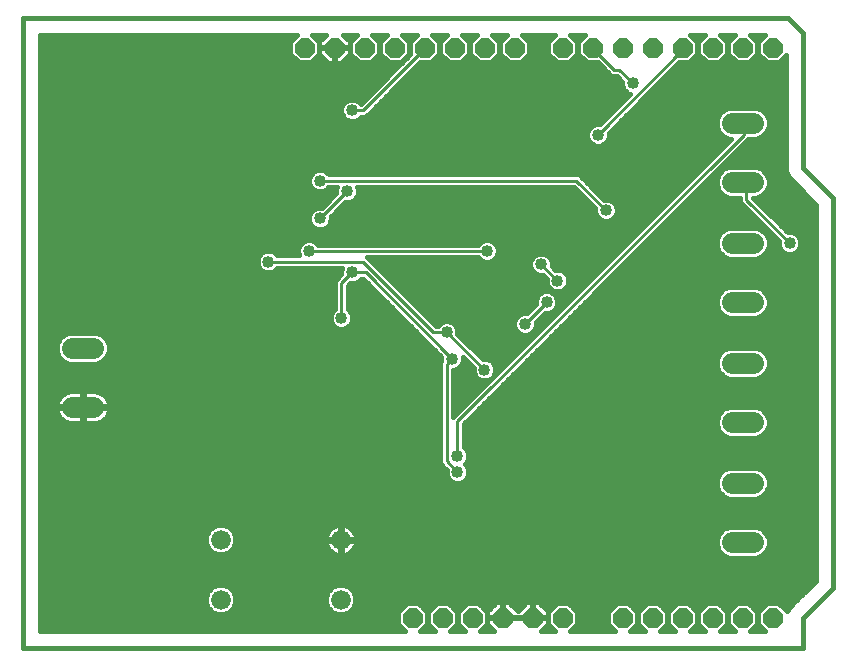
<source format=gbl>
G75*
%MOIN*%
%OFA0B0*%
%FSLAX25Y25*%
%IPPOS*%
%LPD*%
%AMOC8*
5,1,8,0,0,1.08239X$1,22.5*
%
%ADD10C,0.01600*%
%ADD11OC8,0.06600*%
%ADD12C,0.07050*%
%ADD13C,0.06600*%
%ADD14C,0.01000*%
%ADD15C,0.04000*%
D10*
X0027000Y0006800D02*
X0287000Y0006800D01*
X0287000Y0016800D01*
X0297000Y0026800D01*
X0297000Y0156800D01*
X0287000Y0166800D01*
X0287000Y0211800D01*
X0282000Y0216800D01*
X0027000Y0216800D01*
X0027000Y0006800D01*
X0032600Y0012400D02*
X0032600Y0211200D01*
X0118470Y0211200D01*
X0116100Y0208830D01*
X0116100Y0204770D01*
X0118970Y0201900D01*
X0123030Y0201900D01*
X0125900Y0204770D01*
X0125900Y0208830D01*
X0123530Y0211200D01*
X0128188Y0211200D01*
X0125900Y0208912D01*
X0125900Y0206984D01*
X0130816Y0206984D01*
X0130816Y0206616D01*
X0131184Y0206616D01*
X0131184Y0201700D01*
X0133112Y0201700D01*
X0136100Y0204688D01*
X0136100Y0206616D01*
X0131184Y0206616D01*
X0131184Y0206984D01*
X0136100Y0206984D01*
X0136100Y0208912D01*
X0133812Y0211200D01*
X0138470Y0211200D01*
X0136100Y0208830D01*
X0136100Y0204770D01*
X0138970Y0201900D01*
X0143030Y0201900D01*
X0145900Y0204770D01*
X0145900Y0208830D01*
X0143530Y0211200D01*
X0148470Y0211200D01*
X0146100Y0208830D01*
X0146100Y0204770D01*
X0148970Y0201900D01*
X0153030Y0201900D01*
X0155900Y0204770D01*
X0155900Y0208830D01*
X0153530Y0211200D01*
X0158470Y0211200D01*
X0156100Y0208830D01*
X0156100Y0204770D01*
X0156200Y0204670D01*
X0139661Y0188130D01*
X0138839Y0188952D01*
X0137516Y0189500D01*
X0136084Y0189500D01*
X0134761Y0188952D01*
X0133748Y0187939D01*
X0133200Y0186616D01*
X0133200Y0185184D01*
X0133748Y0183861D01*
X0134761Y0182848D01*
X0136084Y0182300D01*
X0137516Y0182300D01*
X0138839Y0182848D01*
X0139791Y0183800D01*
X0141270Y0183800D01*
X0159370Y0201900D01*
X0163030Y0201900D01*
X0165900Y0204770D01*
X0165900Y0208830D01*
X0163530Y0211200D01*
X0168470Y0211200D01*
X0166100Y0208830D01*
X0166100Y0204770D01*
X0168970Y0201900D01*
X0173030Y0201900D01*
X0175900Y0204770D01*
X0175900Y0208830D01*
X0173530Y0211200D01*
X0178470Y0211200D01*
X0176100Y0208830D01*
X0176100Y0204770D01*
X0178970Y0201900D01*
X0183030Y0201900D01*
X0185900Y0204770D01*
X0185900Y0208830D01*
X0183530Y0211200D01*
X0188470Y0211200D01*
X0186100Y0208830D01*
X0186100Y0204770D01*
X0188970Y0201900D01*
X0193030Y0201900D01*
X0195900Y0204770D01*
X0195900Y0208830D01*
X0193530Y0211200D01*
X0204470Y0211200D01*
X0202100Y0208830D01*
X0202100Y0204770D01*
X0204970Y0201900D01*
X0209030Y0201900D01*
X0211900Y0204770D01*
X0211900Y0208830D01*
X0209530Y0211200D01*
X0214470Y0211200D01*
X0212100Y0208830D01*
X0212100Y0204770D01*
X0214970Y0201900D01*
X0218630Y0201900D01*
X0223230Y0197300D01*
X0225030Y0197300D01*
X0226800Y0195530D01*
X0226800Y0194184D01*
X0227348Y0192861D01*
X0228361Y0191848D01*
X0229363Y0191433D01*
X0219330Y0181400D01*
X0217984Y0181400D01*
X0216661Y0180852D01*
X0215648Y0179839D01*
X0215100Y0178516D01*
X0215100Y0177084D01*
X0215648Y0175761D01*
X0216661Y0174748D01*
X0217984Y0174200D01*
X0219416Y0174200D01*
X0220739Y0174748D01*
X0221752Y0175761D01*
X0222300Y0177084D01*
X0222300Y0178430D01*
X0245770Y0201900D01*
X0249030Y0201900D01*
X0251900Y0204770D01*
X0251900Y0208830D01*
X0249530Y0211200D01*
X0254470Y0211200D01*
X0252100Y0208830D01*
X0252100Y0204770D01*
X0254970Y0201900D01*
X0259030Y0201900D01*
X0261900Y0204770D01*
X0261900Y0208830D01*
X0259530Y0211200D01*
X0264470Y0211200D01*
X0262100Y0208830D01*
X0262100Y0204770D01*
X0264970Y0201900D01*
X0269030Y0201900D01*
X0271900Y0204770D01*
X0271900Y0208830D01*
X0269530Y0211200D01*
X0274470Y0211200D01*
X0272100Y0208830D01*
X0272100Y0204770D01*
X0274970Y0201900D01*
X0279030Y0201900D01*
X0281400Y0204270D01*
X0281400Y0165686D01*
X0282253Y0163628D01*
X0291400Y0154480D01*
X0291400Y0029120D01*
X0283828Y0021547D01*
X0282253Y0019972D01*
X0281815Y0018915D01*
X0279030Y0021700D01*
X0274970Y0021700D01*
X0272100Y0018830D01*
X0272100Y0014770D01*
X0274470Y0012400D01*
X0269530Y0012400D01*
X0271900Y0014770D01*
X0271900Y0018830D01*
X0269030Y0021700D01*
X0264970Y0021700D01*
X0262100Y0018830D01*
X0262100Y0014770D01*
X0264470Y0012400D01*
X0259530Y0012400D01*
X0261900Y0014770D01*
X0261900Y0018830D01*
X0259030Y0021700D01*
X0254970Y0021700D01*
X0252100Y0018830D01*
X0252100Y0014770D01*
X0254470Y0012400D01*
X0249530Y0012400D01*
X0251900Y0014770D01*
X0251900Y0018830D01*
X0249030Y0021700D01*
X0244970Y0021700D01*
X0242100Y0018830D01*
X0242100Y0014770D01*
X0244470Y0012400D01*
X0239530Y0012400D01*
X0241900Y0014770D01*
X0241900Y0018830D01*
X0239030Y0021700D01*
X0234970Y0021700D01*
X0232100Y0018830D01*
X0232100Y0014770D01*
X0234470Y0012400D01*
X0229530Y0012400D01*
X0231900Y0014770D01*
X0231900Y0018830D01*
X0229030Y0021700D01*
X0224970Y0021700D01*
X0222100Y0018830D01*
X0222100Y0014770D01*
X0224470Y0012400D01*
X0209530Y0012400D01*
X0211900Y0014770D01*
X0211900Y0018830D01*
X0209030Y0021700D01*
X0204970Y0021700D01*
X0202100Y0018830D01*
X0202100Y0014770D01*
X0204470Y0012400D01*
X0199812Y0012400D01*
X0202100Y0014688D01*
X0202100Y0016616D01*
X0197184Y0016616D01*
X0197184Y0016984D01*
X0196816Y0016984D01*
X0196816Y0016616D01*
X0187184Y0016616D01*
X0187184Y0016984D01*
X0186816Y0016984D01*
X0186816Y0016616D01*
X0181900Y0016616D01*
X0181900Y0014688D01*
X0184188Y0012400D01*
X0179530Y0012400D01*
X0181900Y0014770D01*
X0181900Y0018830D01*
X0179030Y0021700D01*
X0174970Y0021700D01*
X0172100Y0018830D01*
X0172100Y0014770D01*
X0174470Y0012400D01*
X0169530Y0012400D01*
X0171900Y0014770D01*
X0171900Y0018830D01*
X0169030Y0021700D01*
X0164970Y0021700D01*
X0162100Y0018830D01*
X0162100Y0014770D01*
X0164470Y0012400D01*
X0159530Y0012400D01*
X0161900Y0014770D01*
X0161900Y0018830D01*
X0159030Y0021700D01*
X0154970Y0021700D01*
X0152100Y0018830D01*
X0152100Y0014770D01*
X0154470Y0012400D01*
X0032600Y0012400D01*
X0032600Y0013194D02*
X0153676Y0013194D01*
X0152100Y0014793D02*
X0032600Y0014793D01*
X0032600Y0016391D02*
X0152100Y0016391D01*
X0152100Y0017990D02*
X0134191Y0017990D01*
X0133975Y0017900D02*
X0135776Y0018646D01*
X0137154Y0020024D01*
X0137900Y0021825D01*
X0137900Y0023775D01*
X0137154Y0025576D01*
X0135776Y0026954D01*
X0133975Y0027700D01*
X0132025Y0027700D01*
X0130224Y0026954D01*
X0128846Y0025576D01*
X0128100Y0023775D01*
X0128100Y0021825D01*
X0128846Y0020024D01*
X0130224Y0018646D01*
X0132025Y0017900D01*
X0133975Y0017900D01*
X0131809Y0017990D02*
X0094191Y0017990D01*
X0093975Y0017900D02*
X0095776Y0018646D01*
X0097154Y0020024D01*
X0097900Y0021825D01*
X0097900Y0023775D01*
X0097154Y0025576D01*
X0095776Y0026954D01*
X0093975Y0027700D01*
X0092025Y0027700D01*
X0090224Y0026954D01*
X0088846Y0025576D01*
X0088100Y0023775D01*
X0088100Y0021825D01*
X0088846Y0020024D01*
X0090224Y0018646D01*
X0092025Y0017900D01*
X0093975Y0017900D01*
X0091809Y0017990D02*
X0032600Y0017990D01*
X0032600Y0019588D02*
X0089282Y0019588D01*
X0088365Y0021187D02*
X0032600Y0021187D01*
X0032600Y0022785D02*
X0088100Y0022785D01*
X0088352Y0024384D02*
X0032600Y0024384D01*
X0032600Y0025982D02*
X0089252Y0025982D01*
X0091737Y0027581D02*
X0032600Y0027581D01*
X0032600Y0029179D02*
X0291400Y0029179D01*
X0291400Y0030778D02*
X0032600Y0030778D01*
X0032600Y0032376D02*
X0291400Y0032376D01*
X0291400Y0033975D02*
X0032600Y0033975D01*
X0032600Y0035573D02*
X0291400Y0035573D01*
X0291400Y0037172D02*
X0272363Y0037172D01*
X0271544Y0036832D02*
X0273428Y0037613D01*
X0274870Y0039054D01*
X0275650Y0040938D01*
X0275650Y0042977D01*
X0274870Y0044861D01*
X0273428Y0046302D01*
X0271544Y0047082D01*
X0262456Y0047082D01*
X0260572Y0046302D01*
X0259130Y0044861D01*
X0258350Y0042977D01*
X0258350Y0040938D01*
X0259130Y0039054D01*
X0260572Y0037613D01*
X0262456Y0036832D01*
X0271544Y0036832D01*
X0274586Y0038770D02*
X0291400Y0038770D01*
X0291400Y0040369D02*
X0275414Y0040369D01*
X0275650Y0041967D02*
X0291400Y0041967D01*
X0291400Y0043566D02*
X0275406Y0043566D01*
X0274566Y0045164D02*
X0291400Y0045164D01*
X0291400Y0046763D02*
X0272316Y0046763D01*
X0261684Y0046763D02*
X0136222Y0046763D01*
X0136322Y0046690D02*
X0135673Y0047162D01*
X0134958Y0047526D01*
X0134194Y0047774D01*
X0133401Y0047900D01*
X0133300Y0047900D01*
X0133300Y0043100D01*
X0138100Y0043100D01*
X0138100Y0043201D01*
X0137974Y0043994D01*
X0137726Y0044758D01*
X0137362Y0045473D01*
X0136890Y0046122D01*
X0136322Y0046690D01*
X0137519Y0045164D02*
X0259434Y0045164D01*
X0258594Y0043566D02*
X0138042Y0043566D01*
X0138100Y0042500D02*
X0133300Y0042500D01*
X0133300Y0043100D01*
X0132700Y0043100D01*
X0132700Y0047900D01*
X0132599Y0047900D01*
X0131806Y0047774D01*
X0131042Y0047526D01*
X0130327Y0047162D01*
X0129678Y0046690D01*
X0129110Y0046122D01*
X0128638Y0045473D01*
X0128274Y0044758D01*
X0128026Y0043994D01*
X0127900Y0043201D01*
X0127900Y0043100D01*
X0132700Y0043100D01*
X0132700Y0042500D01*
X0133300Y0042500D01*
X0133300Y0037700D01*
X0133401Y0037700D01*
X0134194Y0037826D01*
X0134958Y0038074D01*
X0135673Y0038438D01*
X0136322Y0038910D01*
X0136890Y0039478D01*
X0137362Y0040127D01*
X0137726Y0040842D01*
X0137974Y0041606D01*
X0138100Y0042399D01*
X0138100Y0042500D01*
X0138032Y0041967D02*
X0258350Y0041967D01*
X0258586Y0040369D02*
X0137485Y0040369D01*
X0136130Y0038770D02*
X0259414Y0038770D01*
X0261637Y0037172D02*
X0032600Y0037172D01*
X0032600Y0038770D02*
X0090100Y0038770D01*
X0090224Y0038646D02*
X0092025Y0037900D01*
X0093975Y0037900D01*
X0095776Y0038646D01*
X0097154Y0040024D01*
X0097900Y0041825D01*
X0097900Y0043775D01*
X0097154Y0045576D01*
X0095776Y0046954D01*
X0093975Y0047700D01*
X0092025Y0047700D01*
X0090224Y0046954D01*
X0088846Y0045576D01*
X0088100Y0043775D01*
X0088100Y0041825D01*
X0088846Y0040024D01*
X0090224Y0038646D01*
X0088703Y0040369D02*
X0032600Y0040369D01*
X0032600Y0041967D02*
X0088100Y0041967D01*
X0088100Y0043566D02*
X0032600Y0043566D01*
X0032600Y0045164D02*
X0088676Y0045164D01*
X0090033Y0046763D02*
X0032600Y0046763D01*
X0032600Y0048361D02*
X0291400Y0048361D01*
X0291400Y0049960D02*
X0032600Y0049960D01*
X0032600Y0051558D02*
X0291400Y0051558D01*
X0291400Y0053157D02*
X0032600Y0053157D01*
X0032600Y0054755D02*
X0291400Y0054755D01*
X0291400Y0056354D02*
X0032600Y0056354D01*
X0032600Y0057952D02*
X0259917Y0057952D01*
X0260572Y0057298D02*
X0262456Y0056518D01*
X0271544Y0056518D01*
X0273428Y0057298D01*
X0274870Y0058739D01*
X0275650Y0060623D01*
X0275650Y0062662D01*
X0274870Y0064546D01*
X0273428Y0065987D01*
X0271544Y0066768D01*
X0262456Y0066768D01*
X0260572Y0065987D01*
X0259130Y0064546D01*
X0258350Y0062662D01*
X0258350Y0060623D01*
X0259130Y0058739D01*
X0260572Y0057298D01*
X0258794Y0059551D02*
X0032600Y0059551D01*
X0032600Y0061149D02*
X0258350Y0061149D01*
X0258386Y0062748D02*
X0174439Y0062748D01*
X0173939Y0062248D02*
X0174952Y0063261D01*
X0175500Y0064584D01*
X0175500Y0066016D01*
X0174952Y0067339D01*
X0174291Y0068000D01*
X0174952Y0068661D01*
X0175500Y0069984D01*
X0175500Y0071416D01*
X0174952Y0072739D01*
X0174000Y0073691D01*
X0174000Y0081530D01*
X0268170Y0175700D01*
X0268987Y0176518D01*
X0271544Y0176518D01*
X0273428Y0177298D01*
X0274870Y0178739D01*
X0275650Y0180623D01*
X0275650Y0182662D01*
X0274870Y0184546D01*
X0273428Y0185987D01*
X0271544Y0186768D01*
X0262456Y0186768D01*
X0260572Y0185987D01*
X0259130Y0184546D01*
X0258350Y0182662D01*
X0258350Y0180623D01*
X0259130Y0178739D01*
X0260572Y0177298D01*
X0262456Y0176518D01*
X0263048Y0176518D01*
X0170400Y0083870D01*
X0170400Y0099500D01*
X0170816Y0099500D01*
X0172139Y0100048D01*
X0173152Y0101061D01*
X0173700Y0102384D01*
X0173700Y0103730D01*
X0177300Y0100130D01*
X0177300Y0098784D01*
X0177848Y0097461D01*
X0178861Y0096448D01*
X0180184Y0095900D01*
X0181616Y0095900D01*
X0182939Y0096448D01*
X0183952Y0097461D01*
X0184500Y0098784D01*
X0184500Y0100216D01*
X0183952Y0101539D01*
X0182939Y0102552D01*
X0181616Y0103100D01*
X0180270Y0103100D01*
X0171900Y0111470D01*
X0171900Y0112816D01*
X0171352Y0114139D01*
X0170339Y0115152D01*
X0169016Y0115700D01*
X0167584Y0115700D01*
X0166261Y0115152D01*
X0165309Y0114200D01*
X0164670Y0114200D01*
X0142500Y0136370D01*
X0141870Y0137000D01*
X0178809Y0137000D01*
X0179761Y0136048D01*
X0181084Y0135500D01*
X0182516Y0135500D01*
X0183839Y0136048D01*
X0184852Y0137061D01*
X0185400Y0138384D01*
X0185400Y0139816D01*
X0184852Y0141139D01*
X0183839Y0142152D01*
X0182516Y0142700D01*
X0181084Y0142700D01*
X0179761Y0142152D01*
X0178809Y0141200D01*
X0125391Y0141200D01*
X0124439Y0142152D01*
X0123116Y0142700D01*
X0121684Y0142700D01*
X0120361Y0142152D01*
X0119348Y0141139D01*
X0118800Y0139816D01*
X0118800Y0138384D01*
X0119125Y0137600D01*
X0111891Y0137600D01*
X0110939Y0138552D01*
X0109616Y0139100D01*
X0108184Y0139100D01*
X0106861Y0138552D01*
X0105848Y0137539D01*
X0105300Y0136216D01*
X0105300Y0134784D01*
X0105848Y0133461D01*
X0106861Y0132448D01*
X0108184Y0131900D01*
X0109616Y0131900D01*
X0110939Y0132448D01*
X0111891Y0133400D01*
X0133525Y0133400D01*
X0133200Y0132616D01*
X0133200Y0131270D01*
X0131100Y0129170D01*
X0131100Y0119591D01*
X0130148Y0118639D01*
X0129600Y0117316D01*
X0129600Y0115884D01*
X0130148Y0114561D01*
X0131161Y0113548D01*
X0132484Y0113000D01*
X0133916Y0113000D01*
X0135239Y0113548D01*
X0136252Y0114561D01*
X0136800Y0115884D01*
X0136800Y0117316D01*
X0136252Y0118639D01*
X0135300Y0119591D01*
X0135300Y0127430D01*
X0136170Y0128300D01*
X0137516Y0128300D01*
X0138839Y0128848D01*
X0139791Y0129800D01*
X0140430Y0129800D01*
X0166500Y0103730D01*
X0166500Y0102470D01*
X0166200Y0102170D01*
X0166200Y0068030D01*
X0167430Y0066800D01*
X0168300Y0065930D01*
X0168300Y0064584D01*
X0168848Y0063261D01*
X0169861Y0062248D01*
X0171184Y0061700D01*
X0172616Y0061700D01*
X0173939Y0062248D01*
X0175402Y0064346D02*
X0259048Y0064346D01*
X0260530Y0065945D02*
X0175500Y0065945D01*
X0174748Y0067543D02*
X0291400Y0067543D01*
X0291400Y0065945D02*
X0273470Y0065945D01*
X0274952Y0064346D02*
X0291400Y0064346D01*
X0291400Y0062748D02*
X0275614Y0062748D01*
X0275650Y0061149D02*
X0291400Y0061149D01*
X0291400Y0059551D02*
X0275206Y0059551D01*
X0274083Y0057952D02*
X0291400Y0057952D01*
X0291400Y0069142D02*
X0175151Y0069142D01*
X0175500Y0070740D02*
X0291400Y0070740D01*
X0291400Y0072339D02*
X0175118Y0072339D01*
X0174000Y0073937D02*
X0291400Y0073937D01*
X0291400Y0075536D02*
X0174000Y0075536D01*
X0174000Y0077134D02*
X0261726Y0077134D01*
X0262456Y0076832D02*
X0260572Y0077613D01*
X0259130Y0079054D01*
X0258350Y0080938D01*
X0258350Y0082977D01*
X0259130Y0084861D01*
X0260572Y0086302D01*
X0262456Y0087082D01*
X0271544Y0087082D01*
X0273428Y0086302D01*
X0274870Y0084861D01*
X0275650Y0082977D01*
X0275650Y0080938D01*
X0274870Y0079054D01*
X0273428Y0077613D01*
X0271544Y0076832D01*
X0262456Y0076832D01*
X0259452Y0078733D02*
X0174000Y0078733D01*
X0174000Y0080332D02*
X0258601Y0080332D01*
X0258350Y0081930D02*
X0174400Y0081930D01*
X0175998Y0083529D02*
X0258578Y0083529D01*
X0259397Y0085127D02*
X0177597Y0085127D01*
X0179195Y0086726D02*
X0261594Y0086726D01*
X0272406Y0086726D02*
X0291400Y0086726D01*
X0291400Y0088324D02*
X0180794Y0088324D01*
X0182392Y0089923D02*
X0291400Y0089923D01*
X0291400Y0091521D02*
X0183991Y0091521D01*
X0185589Y0093120D02*
X0291400Y0093120D01*
X0291400Y0094718D02*
X0187188Y0094718D01*
X0188786Y0096317D02*
X0291400Y0096317D01*
X0291400Y0097915D02*
X0274045Y0097915D01*
X0273428Y0097298D02*
X0274870Y0098739D01*
X0275650Y0100623D01*
X0275650Y0102662D01*
X0274870Y0104546D01*
X0273428Y0105987D01*
X0271544Y0106768D01*
X0262456Y0106768D01*
X0260572Y0105987D01*
X0259130Y0104546D01*
X0258350Y0102662D01*
X0258350Y0100623D01*
X0259130Y0098739D01*
X0260572Y0097298D01*
X0262456Y0096518D01*
X0271544Y0096518D01*
X0273428Y0097298D01*
X0275190Y0099514D02*
X0291400Y0099514D01*
X0291400Y0101112D02*
X0275650Y0101112D01*
X0275630Y0102711D02*
X0291400Y0102711D01*
X0291400Y0104309D02*
X0274968Y0104309D01*
X0273508Y0105908D02*
X0291400Y0105908D01*
X0291400Y0107506D02*
X0199976Y0107506D01*
X0198378Y0105908D02*
X0260492Y0105908D01*
X0259032Y0104309D02*
X0196779Y0104309D01*
X0195181Y0102711D02*
X0258370Y0102711D01*
X0258350Y0101112D02*
X0193582Y0101112D01*
X0191984Y0099514D02*
X0258810Y0099514D01*
X0259955Y0097915D02*
X0190385Y0097915D01*
X0186044Y0099514D02*
X0184500Y0099514D01*
X0184445Y0097915D02*
X0184140Y0097915D01*
X0182847Y0096317D02*
X0182622Y0096317D01*
X0181248Y0094718D02*
X0170400Y0094718D01*
X0170400Y0093120D02*
X0179650Y0093120D01*
X0178051Y0091521D02*
X0170400Y0091521D01*
X0170400Y0089923D02*
X0176453Y0089923D01*
X0174854Y0088324D02*
X0170400Y0088324D01*
X0170400Y0086726D02*
X0173256Y0086726D01*
X0171657Y0085127D02*
X0170400Y0085127D01*
X0166200Y0085127D02*
X0055529Y0085127D01*
X0055460Y0084913D02*
X0055719Y0085711D01*
X0055850Y0086538D01*
X0055850Y0086582D01*
X0047375Y0086582D01*
X0047375Y0081632D01*
X0050944Y0081632D01*
X0051772Y0081764D01*
X0052569Y0082023D01*
X0053316Y0082403D01*
X0053994Y0082896D01*
X0054587Y0083488D01*
X0055079Y0084167D01*
X0055460Y0084913D01*
X0054616Y0083529D02*
X0166200Y0083529D01*
X0166200Y0081930D02*
X0052284Y0081930D01*
X0047375Y0081930D02*
X0046625Y0081930D01*
X0046625Y0081632D02*
X0046625Y0086582D01*
X0047375Y0086582D01*
X0047375Y0087332D01*
X0055850Y0087332D01*
X0055850Y0087377D01*
X0055719Y0088204D01*
X0055460Y0089002D01*
X0055079Y0089748D01*
X0054587Y0090426D01*
X0053994Y0091019D01*
X0053316Y0091512D01*
X0052569Y0091892D01*
X0051772Y0092151D01*
X0050944Y0092282D01*
X0047375Y0092282D01*
X0047375Y0087333D01*
X0046625Y0087333D01*
X0046625Y0092282D01*
X0043056Y0092282D01*
X0042228Y0092151D01*
X0041431Y0091892D01*
X0040684Y0091512D01*
X0040006Y0091019D01*
X0039413Y0090426D01*
X0038921Y0089748D01*
X0038540Y0089002D01*
X0038281Y0088204D01*
X0038150Y0087377D01*
X0038150Y0087332D01*
X0046625Y0087332D01*
X0046625Y0086582D01*
X0038150Y0086582D01*
X0038150Y0086538D01*
X0038281Y0085711D01*
X0038540Y0084913D01*
X0038921Y0084167D01*
X0039413Y0083488D01*
X0040006Y0082896D01*
X0040684Y0082403D01*
X0041431Y0082023D01*
X0042228Y0081764D01*
X0043056Y0081632D01*
X0046625Y0081632D01*
X0046625Y0083529D02*
X0047375Y0083529D01*
X0047375Y0085127D02*
X0046625Y0085127D01*
X0046625Y0086726D02*
X0032600Y0086726D01*
X0032600Y0088324D02*
X0038320Y0088324D01*
X0039047Y0089923D02*
X0032600Y0089923D01*
X0032600Y0091521D02*
X0040702Y0091521D01*
X0046625Y0091521D02*
X0047375Y0091521D01*
X0047375Y0089923D02*
X0046625Y0089923D01*
X0046625Y0088324D02*
X0047375Y0088324D01*
X0047375Y0086726D02*
X0166200Y0086726D01*
X0166200Y0088324D02*
X0055680Y0088324D01*
X0054953Y0089923D02*
X0166200Y0089923D01*
X0166200Y0091521D02*
X0053298Y0091521D01*
X0041716Y0081930D02*
X0032600Y0081930D01*
X0032600Y0080332D02*
X0166200Y0080332D01*
X0166200Y0078733D02*
X0032600Y0078733D01*
X0032600Y0077134D02*
X0166200Y0077134D01*
X0166200Y0075536D02*
X0032600Y0075536D01*
X0032600Y0073937D02*
X0166200Y0073937D01*
X0166200Y0072339D02*
X0032600Y0072339D01*
X0032600Y0070740D02*
X0166200Y0070740D01*
X0166200Y0069142D02*
X0032600Y0069142D01*
X0032600Y0067543D02*
X0166687Y0067543D01*
X0168285Y0065945D02*
X0032600Y0065945D01*
X0032600Y0064346D02*
X0168398Y0064346D01*
X0169361Y0062748D02*
X0032600Y0062748D01*
X0032600Y0083529D02*
X0039384Y0083529D01*
X0038471Y0085127D02*
X0032600Y0085127D01*
X0032600Y0093120D02*
X0166200Y0093120D01*
X0166200Y0094718D02*
X0032600Y0094718D01*
X0032600Y0096317D02*
X0166200Y0096317D01*
X0166200Y0097915D02*
X0032600Y0097915D01*
X0032600Y0099514D02*
X0166200Y0099514D01*
X0166200Y0101112D02*
X0032600Y0101112D01*
X0032600Y0102711D02*
X0040159Y0102711D01*
X0040572Y0102298D02*
X0042456Y0101518D01*
X0051544Y0101518D01*
X0053428Y0102298D01*
X0054870Y0103739D01*
X0055650Y0105623D01*
X0055650Y0107662D01*
X0054870Y0109546D01*
X0053428Y0110987D01*
X0051544Y0111768D01*
X0042456Y0111768D01*
X0040572Y0110987D01*
X0039130Y0109546D01*
X0038350Y0107662D01*
X0038350Y0105623D01*
X0039130Y0103739D01*
X0040572Y0102298D01*
X0038894Y0104309D02*
X0032600Y0104309D01*
X0032600Y0105908D02*
X0038350Y0105908D01*
X0038350Y0107506D02*
X0032600Y0107506D01*
X0032600Y0109105D02*
X0038948Y0109105D01*
X0040288Y0110703D02*
X0032600Y0110703D01*
X0032600Y0112302D02*
X0157928Y0112302D01*
X0156330Y0113900D02*
X0135591Y0113900D01*
X0136640Y0115499D02*
X0154731Y0115499D01*
X0153133Y0117097D02*
X0136800Y0117097D01*
X0136195Y0118696D02*
X0151534Y0118696D01*
X0149936Y0120294D02*
X0135300Y0120294D01*
X0135300Y0121893D02*
X0148337Y0121893D01*
X0146739Y0123491D02*
X0135300Y0123491D01*
X0135300Y0125090D02*
X0145140Y0125090D01*
X0143542Y0126688D02*
X0135300Y0126688D01*
X0136157Y0128287D02*
X0141943Y0128287D01*
X0145787Y0133082D02*
X0196532Y0133082D01*
X0196748Y0132561D02*
X0197761Y0131548D01*
X0199084Y0131000D01*
X0200430Y0131000D01*
X0201600Y0129830D01*
X0201600Y0128484D01*
X0202148Y0127161D01*
X0203161Y0126148D01*
X0204484Y0125600D01*
X0205916Y0125600D01*
X0207239Y0126148D01*
X0208252Y0127161D01*
X0208800Y0128484D01*
X0208800Y0129916D01*
X0208252Y0131239D01*
X0207239Y0132252D01*
X0205916Y0132800D01*
X0204570Y0132800D01*
X0203400Y0133970D01*
X0203400Y0135316D01*
X0202852Y0136639D01*
X0201839Y0137652D01*
X0200516Y0138200D01*
X0199084Y0138200D01*
X0197761Y0137652D01*
X0196748Y0136639D01*
X0196200Y0135316D01*
X0196200Y0133884D01*
X0196748Y0132561D01*
X0197916Y0131484D02*
X0147386Y0131484D01*
X0148984Y0129885D02*
X0201545Y0129885D01*
X0201682Y0128287D02*
X0150583Y0128287D01*
X0152181Y0126688D02*
X0202620Y0126688D01*
X0202316Y0125600D02*
X0200884Y0125600D01*
X0199561Y0125052D01*
X0198548Y0124039D01*
X0198000Y0122716D01*
X0198000Y0121370D01*
X0195030Y0118400D01*
X0193684Y0118400D01*
X0192361Y0117852D01*
X0191348Y0116839D01*
X0190800Y0115516D01*
X0190800Y0114084D01*
X0191348Y0112761D01*
X0192361Y0111748D01*
X0193684Y0111200D01*
X0195116Y0111200D01*
X0196439Y0111748D01*
X0197452Y0112761D01*
X0198000Y0114084D01*
X0198000Y0115430D01*
X0200970Y0118400D01*
X0202316Y0118400D01*
X0203639Y0118948D01*
X0204652Y0119961D01*
X0205200Y0121284D01*
X0205200Y0122716D01*
X0204652Y0124039D01*
X0203639Y0125052D01*
X0202316Y0125600D01*
X0203548Y0125090D02*
X0211620Y0125090D01*
X0213219Y0126688D02*
X0207780Y0126688D01*
X0208718Y0128287D02*
X0214817Y0128287D01*
X0216416Y0129885D02*
X0208800Y0129885D01*
X0208007Y0131484D02*
X0218014Y0131484D01*
X0219613Y0133082D02*
X0204287Y0133082D01*
X0203400Y0134681D02*
X0221211Y0134681D01*
X0222810Y0136279D02*
X0203001Y0136279D01*
X0201294Y0137878D02*
X0224408Y0137878D01*
X0226007Y0139476D02*
X0185400Y0139476D01*
X0185190Y0137878D02*
X0198306Y0137878D01*
X0196599Y0136279D02*
X0184071Y0136279D01*
X0179529Y0136279D02*
X0142590Y0136279D01*
X0144189Y0134681D02*
X0196200Y0134681D01*
X0184879Y0141075D02*
X0227605Y0141075D01*
X0229204Y0142673D02*
X0182580Y0142673D01*
X0181020Y0142673D02*
X0123180Y0142673D01*
X0121620Y0142673D02*
X0032600Y0142673D01*
X0032600Y0141075D02*
X0119321Y0141075D01*
X0118800Y0139476D02*
X0032600Y0139476D01*
X0032600Y0137878D02*
X0106187Y0137878D01*
X0105326Y0136279D02*
X0032600Y0136279D01*
X0032600Y0134681D02*
X0105343Y0134681D01*
X0106226Y0133082D02*
X0032600Y0133082D01*
X0032600Y0131484D02*
X0133200Y0131484D01*
X0133393Y0133082D02*
X0111574Y0133082D01*
X0111613Y0137878D02*
X0119010Y0137878D01*
X0123961Y0146848D02*
X0125284Y0146300D01*
X0126716Y0146300D01*
X0128039Y0146848D01*
X0129052Y0147861D01*
X0129600Y0149184D01*
X0129600Y0150530D01*
X0134370Y0155300D01*
X0135716Y0155300D01*
X0137039Y0155848D01*
X0138052Y0156861D01*
X0138600Y0158184D01*
X0138600Y0159616D01*
X0138275Y0160400D01*
X0210630Y0160400D01*
X0217800Y0153230D01*
X0217800Y0151884D01*
X0218348Y0150561D01*
X0219361Y0149548D01*
X0220684Y0149000D01*
X0222116Y0149000D01*
X0223439Y0149548D01*
X0224452Y0150561D01*
X0225000Y0151884D01*
X0225000Y0153316D01*
X0224452Y0154639D01*
X0223439Y0155652D01*
X0222116Y0156200D01*
X0220770Y0156200D01*
X0212370Y0164600D01*
X0128991Y0164600D01*
X0128039Y0165552D01*
X0126716Y0166100D01*
X0125284Y0166100D01*
X0123961Y0165552D01*
X0122948Y0164539D01*
X0122400Y0163216D01*
X0122400Y0161784D01*
X0122948Y0160461D01*
X0123961Y0159448D01*
X0125284Y0158900D01*
X0126716Y0158900D01*
X0128039Y0159448D01*
X0128991Y0160400D01*
X0131725Y0160400D01*
X0131400Y0159616D01*
X0131400Y0158270D01*
X0126630Y0153500D01*
X0125284Y0153500D01*
X0123961Y0152952D01*
X0122948Y0151939D01*
X0122400Y0150616D01*
X0122400Y0149184D01*
X0122948Y0147861D01*
X0123961Y0146848D01*
X0123340Y0147469D02*
X0032600Y0147469D01*
X0032600Y0145870D02*
X0232401Y0145870D01*
X0230802Y0144272D02*
X0032600Y0144272D01*
X0032600Y0149068D02*
X0122448Y0149068D01*
X0122421Y0150666D02*
X0032600Y0150666D01*
X0032600Y0152265D02*
X0123273Y0152265D01*
X0126993Y0153863D02*
X0032600Y0153863D01*
X0032600Y0155462D02*
X0128592Y0155462D01*
X0130190Y0157060D02*
X0032600Y0157060D01*
X0032600Y0158659D02*
X0131400Y0158659D01*
X0131666Y0160257D02*
X0128848Y0160257D01*
X0128539Y0165053D02*
X0251583Y0165053D01*
X0253181Y0166651D02*
X0032600Y0166651D01*
X0032600Y0165053D02*
X0123461Y0165053D01*
X0122499Y0163454D02*
X0032600Y0163454D01*
X0032600Y0161856D02*
X0122400Y0161856D01*
X0123152Y0160257D02*
X0032600Y0160257D01*
X0032600Y0168250D02*
X0254780Y0168250D01*
X0256378Y0169848D02*
X0032600Y0169848D01*
X0032600Y0171447D02*
X0257977Y0171447D01*
X0259575Y0173045D02*
X0032600Y0173045D01*
X0032600Y0174644D02*
X0216913Y0174644D01*
X0215449Y0176242D02*
X0032600Y0176242D01*
X0032600Y0177841D02*
X0215100Y0177841D01*
X0215482Y0179439D02*
X0032600Y0179439D01*
X0032600Y0181038D02*
X0217109Y0181038D01*
X0220566Y0182636D02*
X0138328Y0182636D01*
X0135272Y0182636D02*
X0032600Y0182636D01*
X0032600Y0184235D02*
X0133593Y0184235D01*
X0133200Y0185833D02*
X0032600Y0185833D01*
X0032600Y0187432D02*
X0133538Y0187432D01*
X0134950Y0189030D02*
X0032600Y0189030D01*
X0032600Y0190629D02*
X0142159Y0190629D01*
X0143757Y0192227D02*
X0032600Y0192227D01*
X0032600Y0193826D02*
X0145356Y0193826D01*
X0146955Y0195424D02*
X0032600Y0195424D01*
X0032600Y0197023D02*
X0148553Y0197023D01*
X0150152Y0198621D02*
X0032600Y0198621D01*
X0032600Y0200220D02*
X0151750Y0200220D01*
X0153349Y0201818D02*
X0133231Y0201818D01*
X0131184Y0201818D02*
X0130816Y0201818D01*
X0130816Y0201700D02*
X0130816Y0206616D01*
X0125900Y0206616D01*
X0125900Y0204688D01*
X0128888Y0201700D01*
X0130816Y0201700D01*
X0130816Y0203417D02*
X0131184Y0203417D01*
X0131184Y0205015D02*
X0130816Y0205015D01*
X0130816Y0206614D02*
X0131184Y0206614D01*
X0135202Y0209811D02*
X0137081Y0209811D01*
X0136100Y0208212D02*
X0136100Y0208212D01*
X0136100Y0206614D02*
X0136100Y0206614D01*
X0136100Y0205015D02*
X0136100Y0205015D01*
X0134829Y0203417D02*
X0137453Y0203417D01*
X0144547Y0203417D02*
X0147453Y0203417D01*
X0146100Y0205015D02*
X0145900Y0205015D01*
X0145900Y0206614D02*
X0146100Y0206614D01*
X0146100Y0208212D02*
X0145900Y0208212D01*
X0144919Y0209811D02*
X0147081Y0209811D01*
X0154919Y0209811D02*
X0157081Y0209811D01*
X0156100Y0208212D02*
X0155900Y0208212D01*
X0155900Y0206614D02*
X0156100Y0206614D01*
X0156100Y0205015D02*
X0155900Y0205015D01*
X0154947Y0203417D02*
X0154547Y0203417D01*
X0157690Y0200220D02*
X0220310Y0200220D01*
X0218712Y0201818D02*
X0159288Y0201818D01*
X0156091Y0198621D02*
X0221909Y0198621D01*
X0225307Y0197023D02*
X0154493Y0197023D01*
X0152894Y0195424D02*
X0226800Y0195424D01*
X0226948Y0193826D02*
X0151296Y0193826D01*
X0149697Y0192227D02*
X0227982Y0192227D01*
X0228559Y0190629D02*
X0148099Y0190629D01*
X0146500Y0189030D02*
X0226960Y0189030D01*
X0225362Y0187432D02*
X0144902Y0187432D01*
X0143303Y0185833D02*
X0223763Y0185833D01*
X0222165Y0184235D02*
X0141705Y0184235D01*
X0140560Y0189030D02*
X0138650Y0189030D01*
X0128769Y0201818D02*
X0032600Y0201818D01*
X0032600Y0203417D02*
X0117453Y0203417D01*
X0116100Y0205015D02*
X0032600Y0205015D01*
X0032600Y0206614D02*
X0116100Y0206614D01*
X0116100Y0208212D02*
X0032600Y0208212D01*
X0032600Y0209811D02*
X0117081Y0209811D01*
X0124919Y0209811D02*
X0126798Y0209811D01*
X0125900Y0208212D02*
X0125900Y0208212D01*
X0125900Y0206614D02*
X0125900Y0206614D01*
X0125900Y0205015D02*
X0125900Y0205015D01*
X0127171Y0203417D02*
X0124547Y0203417D01*
X0164547Y0203417D02*
X0167453Y0203417D01*
X0166100Y0205015D02*
X0165900Y0205015D01*
X0165900Y0206614D02*
X0166100Y0206614D01*
X0166100Y0208212D02*
X0165900Y0208212D01*
X0164919Y0209811D02*
X0167081Y0209811D01*
X0174919Y0209811D02*
X0177081Y0209811D01*
X0176100Y0208212D02*
X0175900Y0208212D01*
X0175900Y0206614D02*
X0176100Y0206614D01*
X0176100Y0205015D02*
X0175900Y0205015D01*
X0174547Y0203417D02*
X0177453Y0203417D01*
X0184547Y0203417D02*
X0187453Y0203417D01*
X0186100Y0205015D02*
X0185900Y0205015D01*
X0185900Y0206614D02*
X0186100Y0206614D01*
X0186100Y0208212D02*
X0185900Y0208212D01*
X0184919Y0209811D02*
X0187081Y0209811D01*
X0194919Y0209811D02*
X0203081Y0209811D01*
X0202100Y0208212D02*
X0195900Y0208212D01*
X0195900Y0206614D02*
X0202100Y0206614D01*
X0202100Y0205015D02*
X0195900Y0205015D01*
X0194547Y0203417D02*
X0203453Y0203417D01*
X0210547Y0203417D02*
X0213453Y0203417D01*
X0212100Y0205015D02*
X0211900Y0205015D01*
X0211900Y0206614D02*
X0212100Y0206614D01*
X0212100Y0208212D02*
X0211900Y0208212D01*
X0210919Y0209811D02*
X0213081Y0209811D01*
X0237696Y0193826D02*
X0281400Y0193826D01*
X0281400Y0195424D02*
X0239294Y0195424D01*
X0240893Y0197023D02*
X0281400Y0197023D01*
X0281400Y0198621D02*
X0242491Y0198621D01*
X0244090Y0200220D02*
X0281400Y0200220D01*
X0281400Y0201818D02*
X0245688Y0201818D01*
X0250547Y0203417D02*
X0253453Y0203417D01*
X0252100Y0205015D02*
X0251900Y0205015D01*
X0251900Y0206614D02*
X0252100Y0206614D01*
X0252100Y0208212D02*
X0251900Y0208212D01*
X0250919Y0209811D02*
X0253081Y0209811D01*
X0260919Y0209811D02*
X0263081Y0209811D01*
X0262100Y0208212D02*
X0261900Y0208212D01*
X0261900Y0206614D02*
X0262100Y0206614D01*
X0262100Y0205015D02*
X0261900Y0205015D01*
X0260547Y0203417D02*
X0263453Y0203417D01*
X0270547Y0203417D02*
X0273453Y0203417D01*
X0272100Y0205015D02*
X0271900Y0205015D01*
X0271900Y0206614D02*
X0272100Y0206614D01*
X0272100Y0208212D02*
X0271900Y0208212D01*
X0270919Y0209811D02*
X0273081Y0209811D01*
X0280547Y0203417D02*
X0281400Y0203417D01*
X0281400Y0192227D02*
X0236097Y0192227D01*
X0234499Y0190629D02*
X0281400Y0190629D01*
X0281400Y0189030D02*
X0232900Y0189030D01*
X0231302Y0187432D02*
X0281400Y0187432D01*
X0281400Y0185833D02*
X0273582Y0185833D01*
X0274999Y0184235D02*
X0281400Y0184235D01*
X0281400Y0182636D02*
X0275650Y0182636D01*
X0275650Y0181038D02*
X0281400Y0181038D01*
X0281400Y0179439D02*
X0275160Y0179439D01*
X0273971Y0177841D02*
X0281400Y0177841D01*
X0281400Y0176242D02*
X0268712Y0176242D01*
X0267114Y0174644D02*
X0281400Y0174644D01*
X0281400Y0173045D02*
X0265515Y0173045D01*
X0263917Y0171447D02*
X0281400Y0171447D01*
X0281400Y0169848D02*
X0262318Y0169848D01*
X0260719Y0168250D02*
X0281400Y0168250D01*
X0281400Y0166651D02*
X0272586Y0166651D01*
X0273428Y0166302D02*
X0271544Y0167082D01*
X0262456Y0167082D01*
X0260572Y0166302D01*
X0259130Y0164861D01*
X0258350Y0162977D01*
X0258350Y0160938D01*
X0259130Y0159054D01*
X0260572Y0157613D01*
X0262456Y0156832D01*
X0266100Y0156832D01*
X0266100Y0155330D01*
X0267330Y0154100D01*
X0279000Y0142430D01*
X0279000Y0141084D01*
X0279548Y0139761D01*
X0280561Y0138748D01*
X0281884Y0138200D01*
X0283316Y0138200D01*
X0284639Y0138748D01*
X0285652Y0139761D01*
X0286200Y0141084D01*
X0286200Y0142516D01*
X0285652Y0143839D01*
X0284639Y0144852D01*
X0283316Y0145400D01*
X0281970Y0145400D01*
X0270537Y0156832D01*
X0271544Y0156832D01*
X0273428Y0157613D01*
X0274870Y0159054D01*
X0275650Y0160938D01*
X0275650Y0162977D01*
X0274870Y0164861D01*
X0273428Y0166302D01*
X0274678Y0165053D02*
X0281662Y0165053D01*
X0282426Y0163454D02*
X0275452Y0163454D01*
X0275650Y0161856D02*
X0284025Y0161856D01*
X0285623Y0160257D02*
X0275368Y0160257D01*
X0274474Y0158659D02*
X0287222Y0158659D01*
X0288820Y0157060D02*
X0272094Y0157060D01*
X0271908Y0155462D02*
X0290419Y0155462D01*
X0291400Y0153863D02*
X0273507Y0153863D01*
X0275105Y0152265D02*
X0291400Y0152265D01*
X0291400Y0150666D02*
X0276704Y0150666D01*
X0278302Y0149068D02*
X0291400Y0149068D01*
X0291400Y0147469D02*
X0279901Y0147469D01*
X0281499Y0145870D02*
X0291400Y0145870D01*
X0291400Y0144272D02*
X0285219Y0144272D01*
X0286135Y0142673D02*
X0291400Y0142673D01*
X0291400Y0141075D02*
X0286196Y0141075D01*
X0285368Y0139476D02*
X0291400Y0139476D01*
X0291400Y0137878D02*
X0274008Y0137878D01*
X0273428Y0137298D02*
X0274870Y0138739D01*
X0275650Y0140623D01*
X0275650Y0142662D01*
X0274870Y0144546D01*
X0273428Y0145987D01*
X0271544Y0146768D01*
X0262456Y0146768D01*
X0260572Y0145987D01*
X0259130Y0144546D01*
X0258350Y0142662D01*
X0258350Y0140623D01*
X0259130Y0138739D01*
X0260572Y0137298D01*
X0262456Y0136518D01*
X0271544Y0136518D01*
X0273428Y0137298D01*
X0275175Y0139476D02*
X0279832Y0139476D01*
X0279004Y0141075D02*
X0275650Y0141075D01*
X0275645Y0142673D02*
X0278757Y0142673D01*
X0277158Y0144272D02*
X0274983Y0144272D01*
X0275560Y0145870D02*
X0273545Y0145870D01*
X0273961Y0147469D02*
X0239939Y0147469D01*
X0241537Y0149068D02*
X0272363Y0149068D01*
X0270764Y0150666D02*
X0243136Y0150666D01*
X0244734Y0152265D02*
X0269166Y0152265D01*
X0267567Y0153863D02*
X0246333Y0153863D01*
X0247931Y0155462D02*
X0266100Y0155462D01*
X0261906Y0157060D02*
X0249530Y0157060D01*
X0251128Y0158659D02*
X0259526Y0158659D01*
X0258632Y0160257D02*
X0252727Y0160257D01*
X0254325Y0161856D02*
X0258350Y0161856D01*
X0258548Y0163454D02*
X0255924Y0163454D01*
X0257522Y0165053D02*
X0259322Y0165053D01*
X0259121Y0166651D02*
X0261414Y0166651D01*
X0261174Y0174644D02*
X0220487Y0174644D01*
X0221951Y0176242D02*
X0262772Y0176242D01*
X0260029Y0177841D02*
X0222300Y0177841D01*
X0223309Y0179439D02*
X0258840Y0179439D01*
X0258350Y0181038D02*
X0224908Y0181038D01*
X0226506Y0182636D02*
X0258350Y0182636D01*
X0259001Y0184235D02*
X0228105Y0184235D01*
X0229703Y0185833D02*
X0260418Y0185833D01*
X0249984Y0163454D02*
X0213516Y0163454D01*
X0215114Y0161856D02*
X0248386Y0161856D01*
X0246787Y0160257D02*
X0216713Y0160257D01*
X0218311Y0158659D02*
X0245189Y0158659D01*
X0243590Y0157060D02*
X0219910Y0157060D01*
X0223630Y0155462D02*
X0241992Y0155462D01*
X0240393Y0153863D02*
X0224773Y0153863D01*
X0225000Y0152265D02*
X0238795Y0152265D01*
X0237196Y0150666D02*
X0224496Y0150666D01*
X0222279Y0149068D02*
X0235598Y0149068D01*
X0233999Y0147469D02*
X0128660Y0147469D01*
X0129552Y0149068D02*
X0220521Y0149068D01*
X0218304Y0150666D02*
X0129736Y0150666D01*
X0131334Y0152265D02*
X0217800Y0152265D01*
X0217167Y0153863D02*
X0132933Y0153863D01*
X0136106Y0155462D02*
X0215569Y0155462D01*
X0213970Y0157060D02*
X0138134Y0157060D01*
X0138600Y0158659D02*
X0212372Y0158659D01*
X0210773Y0160257D02*
X0138334Y0160257D01*
X0131816Y0129885D02*
X0032600Y0129885D01*
X0032600Y0128287D02*
X0131100Y0128287D01*
X0131100Y0126688D02*
X0032600Y0126688D01*
X0032600Y0125090D02*
X0131100Y0125090D01*
X0131100Y0123491D02*
X0032600Y0123491D01*
X0032600Y0121893D02*
X0131100Y0121893D01*
X0131100Y0120294D02*
X0032600Y0120294D01*
X0032600Y0118696D02*
X0130205Y0118696D01*
X0129600Y0117097D02*
X0032600Y0117097D01*
X0032600Y0115499D02*
X0129760Y0115499D01*
X0130809Y0113900D02*
X0032600Y0113900D01*
X0053712Y0110703D02*
X0159527Y0110703D01*
X0161125Y0109105D02*
X0055052Y0109105D01*
X0055650Y0107506D02*
X0162724Y0107506D01*
X0164322Y0105908D02*
X0055650Y0105908D01*
X0055106Y0104309D02*
X0165921Y0104309D01*
X0166500Y0102711D02*
X0053841Y0102711D01*
X0095967Y0046763D02*
X0129778Y0046763D01*
X0128481Y0045164D02*
X0097324Y0045164D01*
X0097900Y0043566D02*
X0127958Y0043566D01*
X0127900Y0042500D02*
X0127900Y0042399D01*
X0128026Y0041606D01*
X0128274Y0040842D01*
X0128638Y0040127D01*
X0129110Y0039478D01*
X0129678Y0038910D01*
X0130327Y0038438D01*
X0131042Y0038074D01*
X0131806Y0037826D01*
X0132599Y0037700D01*
X0132700Y0037700D01*
X0132700Y0042500D01*
X0127900Y0042500D01*
X0127968Y0041967D02*
X0097900Y0041967D01*
X0097297Y0040369D02*
X0128515Y0040369D01*
X0129870Y0038770D02*
X0095900Y0038770D01*
X0094263Y0027581D02*
X0131737Y0027581D01*
X0134263Y0027581D02*
X0289861Y0027581D01*
X0288263Y0025982D02*
X0136747Y0025982D01*
X0137648Y0024384D02*
X0286664Y0024384D01*
X0285066Y0022785D02*
X0137900Y0022785D01*
X0137635Y0021187D02*
X0154457Y0021187D01*
X0152858Y0019588D02*
X0136718Y0019588D01*
X0129282Y0019588D02*
X0096718Y0019588D01*
X0097635Y0021187D02*
X0128365Y0021187D01*
X0128100Y0022785D02*
X0097900Y0022785D01*
X0097648Y0024384D02*
X0128352Y0024384D01*
X0129252Y0025982D02*
X0096747Y0025982D01*
X0132700Y0038770D02*
X0133300Y0038770D01*
X0133300Y0040369D02*
X0132700Y0040369D01*
X0132700Y0041967D02*
X0133300Y0041967D01*
X0133300Y0043566D02*
X0132700Y0043566D01*
X0132700Y0045164D02*
X0133300Y0045164D01*
X0133300Y0046763D02*
X0132700Y0046763D01*
X0159543Y0021187D02*
X0164457Y0021187D01*
X0162858Y0019588D02*
X0161142Y0019588D01*
X0161900Y0017990D02*
X0162100Y0017990D01*
X0162100Y0016391D02*
X0161900Y0016391D01*
X0161900Y0014793D02*
X0162100Y0014793D01*
X0163676Y0013194D02*
X0160324Y0013194D01*
X0170324Y0013194D02*
X0173676Y0013194D01*
X0172100Y0014793D02*
X0171900Y0014793D01*
X0171900Y0016391D02*
X0172100Y0016391D01*
X0172100Y0017990D02*
X0171900Y0017990D01*
X0171142Y0019588D02*
X0172858Y0019588D01*
X0174457Y0021187D02*
X0169543Y0021187D01*
X0179543Y0021187D02*
X0184174Y0021187D01*
X0184888Y0021900D02*
X0181900Y0018912D01*
X0181900Y0016984D01*
X0186816Y0016984D01*
X0186816Y0021900D01*
X0184888Y0021900D01*
X0186816Y0021187D02*
X0187184Y0021187D01*
X0187184Y0021900D02*
X0187184Y0016984D01*
X0192100Y0016984D01*
X0196816Y0016984D01*
X0196816Y0021900D01*
X0194888Y0021900D01*
X0192000Y0019012D01*
X0189112Y0021900D01*
X0187184Y0021900D01*
X0187184Y0019588D02*
X0186816Y0019588D01*
X0186816Y0017990D02*
X0187184Y0017990D01*
X0189826Y0021187D02*
X0194174Y0021187D01*
X0192576Y0019588D02*
X0191424Y0019588D01*
X0196816Y0019588D02*
X0197184Y0019588D01*
X0197184Y0017990D02*
X0196816Y0017990D01*
X0197184Y0016984D02*
X0197184Y0021900D01*
X0199112Y0021900D01*
X0202100Y0018912D01*
X0202100Y0016984D01*
X0197184Y0016984D01*
X0197184Y0021187D02*
X0196816Y0021187D01*
X0199826Y0021187D02*
X0204457Y0021187D01*
X0202858Y0019588D02*
X0201424Y0019588D01*
X0202100Y0017990D02*
X0202100Y0017990D01*
X0202100Y0016391D02*
X0202100Y0016391D01*
X0202100Y0014793D02*
X0202100Y0014793D01*
X0200607Y0013194D02*
X0203676Y0013194D01*
X0210324Y0013194D02*
X0223676Y0013194D01*
X0222100Y0014793D02*
X0211900Y0014793D01*
X0211900Y0016391D02*
X0222100Y0016391D01*
X0222100Y0017990D02*
X0211900Y0017990D01*
X0211142Y0019588D02*
X0222858Y0019588D01*
X0224457Y0021187D02*
X0209543Y0021187D01*
X0229543Y0021187D02*
X0234457Y0021187D01*
X0232858Y0019588D02*
X0231142Y0019588D01*
X0231900Y0017990D02*
X0232100Y0017990D01*
X0232100Y0016391D02*
X0231900Y0016391D01*
X0231900Y0014793D02*
X0232100Y0014793D01*
X0233676Y0013194D02*
X0230324Y0013194D01*
X0240324Y0013194D02*
X0243676Y0013194D01*
X0242100Y0014793D02*
X0241900Y0014793D01*
X0241900Y0016391D02*
X0242100Y0016391D01*
X0242100Y0017990D02*
X0241900Y0017990D01*
X0241142Y0019588D02*
X0242858Y0019588D01*
X0244457Y0021187D02*
X0239543Y0021187D01*
X0249543Y0021187D02*
X0254457Y0021187D01*
X0252858Y0019588D02*
X0251142Y0019588D01*
X0251900Y0017990D02*
X0252100Y0017990D01*
X0252100Y0016391D02*
X0251900Y0016391D01*
X0251900Y0014793D02*
X0252100Y0014793D01*
X0253676Y0013194D02*
X0250324Y0013194D01*
X0260324Y0013194D02*
X0263676Y0013194D01*
X0262100Y0014793D02*
X0261900Y0014793D01*
X0261900Y0016391D02*
X0262100Y0016391D01*
X0262100Y0017990D02*
X0261900Y0017990D01*
X0261142Y0019588D02*
X0262858Y0019588D01*
X0264457Y0021187D02*
X0259543Y0021187D01*
X0269543Y0021187D02*
X0274457Y0021187D01*
X0272858Y0019588D02*
X0271142Y0019588D01*
X0271900Y0017990D02*
X0272100Y0017990D01*
X0272100Y0016391D02*
X0271900Y0016391D01*
X0271900Y0014793D02*
X0272100Y0014793D01*
X0273676Y0013194D02*
X0270324Y0013194D01*
X0279543Y0021187D02*
X0283467Y0021187D01*
X0282093Y0019588D02*
X0281142Y0019588D01*
X0272274Y0077134D02*
X0291400Y0077134D01*
X0291400Y0078733D02*
X0274548Y0078733D01*
X0275399Y0080332D02*
X0291400Y0080332D01*
X0291400Y0081930D02*
X0275650Y0081930D01*
X0275422Y0083529D02*
X0291400Y0083529D01*
X0291400Y0085127D02*
X0274603Y0085127D01*
X0291400Y0109105D02*
X0201575Y0109105D01*
X0203173Y0110703D02*
X0291400Y0110703D01*
X0291400Y0112302D02*
X0204772Y0112302D01*
X0206370Y0113900D02*
X0291400Y0113900D01*
X0291400Y0115499D02*
X0207969Y0115499D01*
X0209567Y0117097D02*
X0261816Y0117097D01*
X0262456Y0116832D02*
X0260572Y0117613D01*
X0259130Y0119054D01*
X0258350Y0120938D01*
X0258350Y0122977D01*
X0259130Y0124861D01*
X0260572Y0126302D01*
X0262456Y0127082D01*
X0271544Y0127082D01*
X0273428Y0126302D01*
X0274870Y0124861D01*
X0275650Y0122977D01*
X0275650Y0120938D01*
X0274870Y0119054D01*
X0273428Y0117613D01*
X0271544Y0116832D01*
X0262456Y0116832D01*
X0259489Y0118696D02*
X0211166Y0118696D01*
X0212764Y0120294D02*
X0258617Y0120294D01*
X0258350Y0121893D02*
X0214363Y0121893D01*
X0215961Y0123491D02*
X0258563Y0123491D01*
X0259360Y0125090D02*
X0217560Y0125090D01*
X0219158Y0126688D02*
X0261504Y0126688D01*
X0272496Y0126688D02*
X0291400Y0126688D01*
X0291400Y0125090D02*
X0274640Y0125090D01*
X0275437Y0123491D02*
X0291400Y0123491D01*
X0291400Y0121893D02*
X0275650Y0121893D01*
X0275383Y0120294D02*
X0291400Y0120294D01*
X0291400Y0118696D02*
X0274511Y0118696D01*
X0272184Y0117097D02*
X0291400Y0117097D01*
X0291400Y0128287D02*
X0220757Y0128287D01*
X0222355Y0129885D02*
X0291400Y0129885D01*
X0291400Y0131484D02*
X0223954Y0131484D01*
X0225552Y0133082D02*
X0291400Y0133082D01*
X0291400Y0134681D02*
X0227151Y0134681D01*
X0228749Y0136279D02*
X0291400Y0136279D01*
X0259992Y0137878D02*
X0230348Y0137878D01*
X0231946Y0139476D02*
X0258825Y0139476D01*
X0258350Y0141075D02*
X0233545Y0141075D01*
X0235143Y0142673D02*
X0258355Y0142673D01*
X0259017Y0144272D02*
X0236742Y0144272D01*
X0238340Y0145870D02*
X0260455Y0145870D01*
X0210021Y0123491D02*
X0204879Y0123491D01*
X0205200Y0121893D02*
X0208423Y0121893D01*
X0206824Y0120294D02*
X0204790Y0120294D01*
X0205226Y0118696D02*
X0203030Y0118696D01*
X0203627Y0117097D02*
X0199667Y0117097D01*
X0198069Y0115499D02*
X0202029Y0115499D01*
X0200430Y0113900D02*
X0197924Y0113900D01*
X0198832Y0112302D02*
X0196993Y0112302D01*
X0197233Y0110703D02*
X0172667Y0110703D01*
X0171900Y0112302D02*
X0191807Y0112302D01*
X0190876Y0113900D02*
X0171451Y0113900D01*
X0169502Y0115499D02*
X0190800Y0115499D01*
X0191606Y0117097D02*
X0161773Y0117097D01*
X0163371Y0115499D02*
X0167098Y0115499D01*
X0160174Y0118696D02*
X0195326Y0118696D01*
X0196924Y0120294D02*
X0158576Y0120294D01*
X0156977Y0121893D02*
X0198000Y0121893D01*
X0198321Y0123491D02*
X0155379Y0123491D01*
X0153780Y0125090D02*
X0199652Y0125090D01*
X0195635Y0109105D02*
X0174265Y0109105D01*
X0175864Y0107506D02*
X0194036Y0107506D01*
X0192438Y0105908D02*
X0177462Y0105908D01*
X0179061Y0104309D02*
X0190839Y0104309D01*
X0189241Y0102711D02*
X0182556Y0102711D01*
X0184129Y0101112D02*
X0187642Y0101112D01*
X0179178Y0096317D02*
X0170400Y0096317D01*
X0170400Y0097915D02*
X0177660Y0097915D01*
X0177300Y0099514D02*
X0170849Y0099514D01*
X0173173Y0101112D02*
X0176318Y0101112D01*
X0174719Y0102711D02*
X0173700Y0102711D01*
X0181142Y0019588D02*
X0182576Y0019588D01*
X0181900Y0017990D02*
X0181900Y0017990D01*
X0181900Y0016391D02*
X0181900Y0016391D01*
X0181900Y0014793D02*
X0181900Y0014793D01*
X0183393Y0013194D02*
X0180324Y0013194D01*
D11*
X0177000Y0016800D03*
X0167000Y0016800D03*
X0157000Y0016800D03*
X0187000Y0016800D03*
X0197000Y0016800D03*
X0207000Y0016800D03*
X0227000Y0016800D03*
X0237000Y0016800D03*
X0247000Y0016800D03*
X0257000Y0016800D03*
X0267000Y0016800D03*
X0277000Y0016800D03*
X0277000Y0206800D03*
X0267000Y0206800D03*
X0257000Y0206800D03*
X0247000Y0206800D03*
X0237000Y0206800D03*
X0227000Y0206800D03*
X0217000Y0206800D03*
X0207000Y0206800D03*
X0191000Y0206800D03*
X0181000Y0206800D03*
X0171000Y0206800D03*
X0161000Y0206800D03*
X0151000Y0206800D03*
X0141000Y0206800D03*
X0131000Y0206800D03*
X0121000Y0206800D03*
D12*
X0050525Y0106643D02*
X0043475Y0106643D01*
X0043475Y0086957D02*
X0050525Y0086957D01*
X0263475Y0081957D02*
X0270525Y0081957D01*
X0270525Y0101643D02*
X0263475Y0101643D01*
X0263475Y0121957D02*
X0270525Y0121957D01*
X0270525Y0141643D02*
X0263475Y0141643D01*
X0263475Y0161957D02*
X0270525Y0161957D01*
X0270525Y0181643D02*
X0263475Y0181643D01*
X0263475Y0061643D02*
X0270525Y0061643D01*
X0270525Y0041957D02*
X0263475Y0041957D01*
D13*
X0133000Y0042800D03*
X0133000Y0022800D03*
X0093000Y0022800D03*
X0093000Y0042800D03*
D14*
X0168300Y0068900D02*
X0168300Y0101300D01*
X0170100Y0103100D01*
X0141300Y0131900D01*
X0136800Y0131900D01*
X0133200Y0128300D01*
X0133200Y0116600D01*
X0140400Y0135500D02*
X0108900Y0135500D01*
X0122400Y0139100D02*
X0181800Y0139100D01*
X0199800Y0134600D02*
X0205200Y0129200D01*
X0201600Y0122000D02*
X0194400Y0114800D01*
X0180900Y0099500D02*
X0168300Y0112100D01*
X0163800Y0112100D01*
X0140400Y0135500D01*
X0126000Y0149900D02*
X0135000Y0158900D01*
X0126000Y0162500D02*
X0211500Y0162500D01*
X0221400Y0152600D01*
X0218700Y0177800D02*
X0247500Y0206600D01*
X0247000Y0206800D01*
X0230400Y0194900D02*
X0225900Y0199400D01*
X0224100Y0199400D01*
X0216900Y0206600D01*
X0217000Y0206800D01*
X0267000Y0181643D02*
X0267300Y0181400D01*
X0267300Y0177800D01*
X0171900Y0082400D01*
X0171900Y0070700D01*
X0168300Y0068900D02*
X0171900Y0065300D01*
X0268200Y0156200D02*
X0282600Y0141800D01*
X0268200Y0156200D02*
X0268200Y0160700D01*
X0267300Y0161600D01*
X0267000Y0161957D01*
X0161100Y0206600D02*
X0161000Y0206800D01*
X0161100Y0206600D02*
X0140400Y0185900D01*
X0136800Y0185900D01*
D15*
X0136800Y0185900D03*
X0126000Y0162500D03*
X0135000Y0158900D03*
X0126000Y0149900D03*
X0122400Y0139100D03*
X0108900Y0135500D03*
X0133200Y0116600D03*
X0136800Y0131900D03*
X0168300Y0112100D03*
X0170100Y0103100D03*
X0180900Y0099500D03*
X0194400Y0114800D03*
X0201600Y0122000D03*
X0205200Y0129200D03*
X0199800Y0134600D03*
X0181800Y0139100D03*
X0221400Y0152600D03*
X0218700Y0177800D03*
X0230400Y0194900D03*
X0282600Y0141800D03*
X0171900Y0070700D03*
X0171900Y0065300D03*
M02*

</source>
